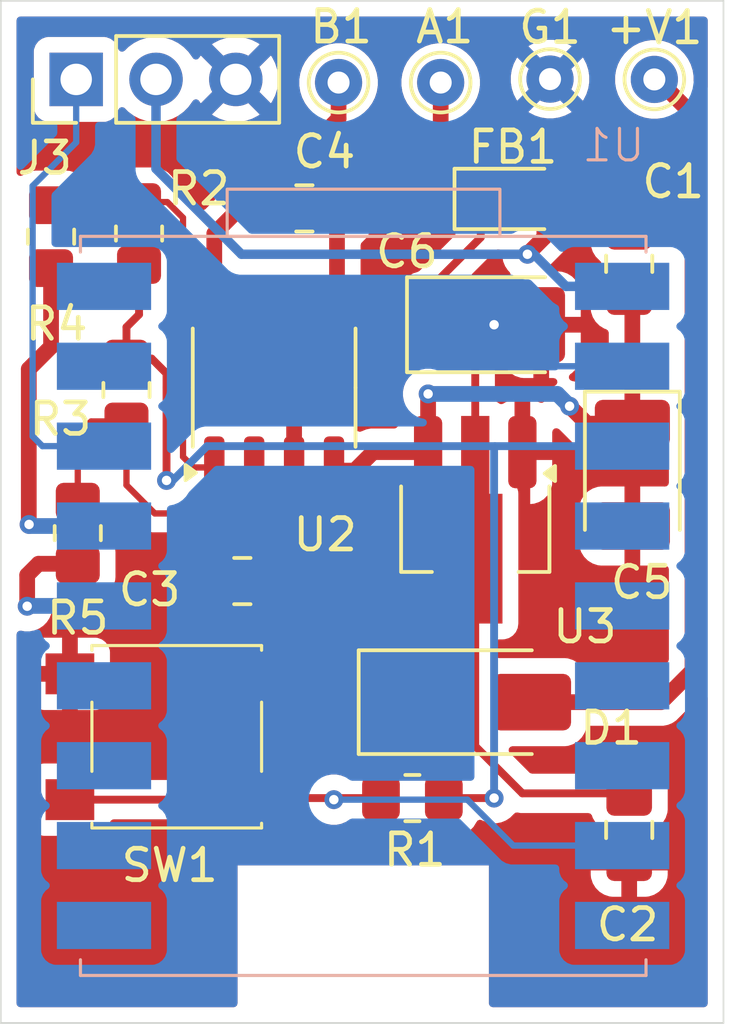
<source format=kicad_pcb>
(kicad_pcb (version 20241229) (generator "pcbnew") (generator_version "9.0")
  (layers (0 "F.Cu" signal) (2 "B.Cu" signal) (13 "F.Paste" user) (15 "B.Paste" user) (5 "F.SilkS" user "F.Silkscreen") (7 "B.SilkS" user "B.Silkscreen") (1 "F.Mask" user) (3 "B.Mask" user) (25 "Edge.Cuts" user))
  (net 0 "")
  (net 1 "+7.4V")
  (net 2 "GND")
  (net 3 "Net-(U3-VO)")
  (net 4 "MOT-B")
  (net 5 "MOT-A")
  (net 6 "Net-(D1-A)")
  (net 7 "+5V")
  (net 8 "SERVO_X")
  (net 9 "+3.3V")
  (net 10 "Net-(U1-IO4)")
  (net 11 "Net-(U2-inr)")
  (net 12 "Net-(U2-inf)")
  (net 13 "PWM_OUT1")
  (net 14 "PWM_OUT2")
  (footprint "Capacitor_SMD:C_0805_2012Metric_Pad1.18x1.45mm_HandSolder" (layer "F.Cu") (at 93 48.3625 90)
    (property "Reference" "C1" (at 2.6125 1.4 180) (layer "F.SilkS"))
    (property "Value" "100nF")
    (fp_line (start -0.261252 -0.735) (end 0.261252 -0.735) (stroke (width 0.12)) (layer "F.SilkS"))
    (fp_line (start -0.261252 0.735) (end 0.261252 0.735) (stroke (width 0.12)) (layer "F.SilkS"))
    (pad "1" smd roundrect (at -1.0375 0 90) (size 1.175 1.45) (layers "F.Cu" "F.Mask" "F.Paste") (roundrect_rratio 0.212766) (net 1 "+7.4V"))
    (pad "2" smd roundrect (at 1.0375 0 90) (size 1.175 1.45) (layers "F.Cu" "F.Mask" "F.Paste") (roundrect_rratio 0.212766) (net 2 "GND"))
  )
  (footprint "Capacitor_Tantalum_SMD:CP_EIA-3528-12_Kemet-T_HandSolder" (layer "F.Cu") (at 88.5725 50.3)
    (property "Reference" "C6" (at -2.6475 -2.325 0) (layer "F.SilkS"))
    (property "Value" "22uF 10v")
    (fp_line (start -2.645 -1.51) (end -2.645 1.51) (stroke (width 0.12)) (layer "F.SilkS"))
    (fp_line (start -2.645 1.51) (end 1.75 1.51) (stroke (width 0.12)) (layer "F.SilkS"))
    (fp_line (start 1.75 -1.51) (end -2.645 -1.51) (stroke (width 0.12)) (layer "F.SilkS"))
    (pad "1" smd roundrect (at -1.6275 0) (size 1.515 2.39) (layers "F.Cu" "F.Mask" "F.Paste") (roundrect_rratio 0.165017) (net 3 "Net-(U3-VO)"))
    (pad "2" smd roundrect (at 1.6275 0) (size 1.515 2.39) (layers "F.Cu" "F.Mask" "F.Paste") (roundrect_rratio 0.165017) (net 2 "GND"))
  )
  (footprint "Capacitor_SMD:C_0805_2012Metric_Pad1.18x1.45mm_HandSolder" (layer "F.Cu") (at 93 66.3625 -90)
    (property "Reference" "C2" (at 3.0125 0.05 0) (layer "F.SilkS"))
    (property "Value" "100nF")
    (fp_line (start -0.261252 0.735) (end 0.261252 0.735) (stroke (width 0.12)) (layer "F.SilkS"))
    (fp_line (start -0.261252 -0.735) (end 0.261252 -0.735) (stroke (width 0.12)) (layer "F.SilkS"))
    (pad "1" smd roundrect (at -1.0375 0 270) (size 1.175 1.45) (layers "F.Cu" "F.Mask" "F.Paste") (roundrect_rratio 0.212766) (net 3 "Net-(U3-VO)"))
    (pad "2" smd roundrect (at 1.0375 0 270) (size 1.175 1.45) (layers "F.Cu" "F.Mask" "F.Paste") (roundrect_rratio 0.212766) (net 2 "GND"))
  )
  (footprint "TestPoint:TestPoint_THTPad_D1.5mm_Drill0.7mm" (layer "F.Cu") (at 83.75 42.6 180)
    (property "Reference" "B1" (at -0.08 1.775 0) (layer "F.SilkS"))
    (property "Value" "B")
    (fp_circle (center 0 0) (end 0 0.95) (stroke (width 0.12)) (fill no) (layer "F.SilkS"))
    (pad "1" thru_hole circle (at 0 0 180) (size 1.5 1.5) (drill 0.7) (layers "*.Cu" "*.Mask") (net 4 "MOT-B"))
  )
  (footprint "TestPoint:TestPoint_THTPad_D1.5mm_Drill0.7mm" (layer "F.Cu") (at 87 42.6 180)
    (property "Reference" "A1" (at -0.13 1.775 0) (layer "F.SilkS"))
    (property "Value" "A")
    (fp_circle (center 0 0) (end 0 0.95) (stroke (width 0.12)) (fill no) (layer "F.SilkS"))
    (pad "1" thru_hole circle (at 0 0 180) (size 1.5 1.5) (drill 0.7) (layers "*.Cu" "*.Mask") (net 5 "MOT-A"))
  )
  (footprint "Capacitor_SMD:C_0805_2012Metric_Pad1.18x1.45mm_HandSolder" (layer "F.Cu") (at 82.6625 46.6 180)
    (property "Reference" "C4" (at -0.6375 1.8 0) (layer "F.SilkS"))
    (property "Value" "100nF")
    (fp_line (start -0.261252 0.735) (end 0.261252 0.735) (stroke (width 0.12)) (layer "F.SilkS"))
    (fp_line (start -0.261252 -0.735) (end 0.261252 -0.735) (stroke (width 0.12)) (layer "F.SilkS"))
    (pad "1" smd roundrect (at -1.0375 0 180) (size 1.175 1.45) (layers "F.Cu" "F.Mask" "F.Paste") (roundrect_rratio 0.212766) (net 5 "MOT-A"))
    (pad "2" smd roundrect (at 1.0375 0 180) (size 1.175 1.45) (layers "F.Cu" "F.Mask" "F.Paste") (roundrect_rratio 0.212766) (net 4 "MOT-B"))
  )
  (footprint "Resistor_SMD:R_0805_2012Metric_Pad1.20x1.40mm_HandSolder" (layer "F.Cu") (at 74.6 47.5 90)
    (property "Reference" "R4" (at -2.775 0.175 180) (layer "F.SilkS"))
    (property "Value" "330")
    (fp_line (start -0.227064 -0.735) (end 0.227064 -0.735) (stroke (width 0.12)) (layer "F.SilkS"))
    (fp_line (start -0.227064 0.735) (end 0.227064 0.735) (stroke (width 0.12)) (layer "F.SilkS"))
    (pad "1" smd roundrect (at -1 0 90) (size 1.2 1.4) (layers "F.Cu" "F.Mask" "F.Paste") (roundrect_rratio 0.208333) (net 13 "PWM_OUT1"))
    (pad "2" smd roundrect (at 1 0 90) (size 1.2 1.4) (layers "F.Cu" "F.Mask" "F.Paste") (roundrect_rratio 0.208333) (net 11 "Net-(U2-inr)"))
  )
  (footprint "Capacitor_Tantalum_SMD:CP_EIA-3528-12_Kemet-T_HandSolder" (layer "F.Cu") (at 93.1 55.0725 -90)
    (property "Reference" "C5" (at 3.420495 -0.3 180) (layer "F.SilkS"))
    (property "Value" "22uF 10v")
    (fp_line (start -2.645 1.51) (end 1.75 1.51) (stroke (width 0.12)) (layer "F.SilkS"))
    (fp_line (start -2.645 -1.51) (end -2.645 1.51) (stroke (width 0.12)) (layer "F.SilkS"))
    (fp_line (start 1.75 -1.51) (end -2.645 -1.51) (stroke (width 0.12)) (layer "F.SilkS"))
    (pad "1" smd roundrect (at -1.6275 0 270) (size 1.515 2.39) (layers "F.Cu" "F.Mask" "F.Paste") (roundrect_rratio 0.165017) (net 1 "+7.4V"))
    (pad "2" smd roundrect (at 1.6275 0 270) (size 1.515 2.39) (layers "F.Cu" "F.Mask" "F.Paste") (roundrect_rratio 0.165017) (net 2 "GND"))
  )
  (footprint "Resistor_SMD:R_0805_2012Metric_Pad1.20x1.40mm_HandSolder" (layer "F.Cu") (at 86.1 65.35 180)
    (property "Reference" "R1" (at -0.075 -1.65 0) (layer "F.SilkS"))
    (property "Value" "1k")
    (fp_line (start -0.227064 0.735) (end 0.227064 0.735) (stroke (width 0.12)) (layer "F.SilkS"))
    (fp_line (start -0.227064 -0.735) (end 0.227064 -0.735) (stroke (width 0.12)) (layer "F.SilkS"))
    (pad "1" smd roundrect (at -1 0 180) (size 1.2 1.4) (layers "F.Cu" "F.Mask" "F.Paste") (roundrect_rratio 0.208333) (net 9 "+3.3V"))
    (pad "2" smd roundrect (at 1 0 180) (size 1.2 1.4) (layers "F.Cu" "F.Mask" "F.Paste") (roundrect_rratio 0.208333) (net 10 "Net-(U1-IO4)"))
  )
  (footprint "Connector_PinHeader_2.54mm:PinHeader_1x03_P2.54mm_Vertical" (layer "F.Cu") (at 75.4 42.5 90)
    (property "Reference" "J3" (at -2.5 -1 180) (layer "F.SilkS"))
    (property "Value" "Conn_01x03")
    (fp_line (start -1.38 -1.38) (end 0 -1.38) (stroke (width 0.12)) (layer "F.SilkS"))
    (fp_line (start -1.38 0) (end -1.38 -1.38) (stroke (width 0.12)) (layer "F.SilkS"))
    (fp_line (start 1.38 1.27) (end 1.38 6.46) (stroke (width 0.12)) (layer "F.SilkS"))
    (fp_line (start -1.38 1.27) (end 1.38 1.27) (stroke (width 0.12)) (layer "F.SilkS"))
    (fp_line (start -1.38 1.27) (end -1.38 6.46) (stroke (width 0.12)) (layer "F.SilkS"))
    (fp_line (start -1.38 6.46) (end 1.38 6.46) (stroke (width 0.12)) (layer "F.SilkS"))
    (pad "1" thru_hole rect (at 0 0 90) (size 1.7 1.7) (drill 1) (layers "*.Cu" "*.Mask") (net 8 "SERVO_X"))
    (pad "2" thru_hole circle (at 0 2.54 90) (size 1.7 1.7) (drill 1) (layers "*.Cu" "*.Mask") (net 7 "+5V"))
    (pad "3" thru_hole circle (at 0 5.08 90) (size 1.7 1.7) (drill 1) (layers "*.Cu" "*.Mask") (net 2 "GND"))
  )
  (footprint "Package_TO_SOT_SMD:SOT-89-3_Handsoldering" (layer "F.Cu") (at 88.1 56.8 -90)
    (property "Reference" "U3" (at 3.1 -3.49 180) (layer "F.SilkS"))
    (property "Value" "AMS1117-5.0")
    (fp_line (start 1.36 2.36) (end -1.36 2.36) (stroke (width 0.12)) (layer "F.SilkS"))
    (fp_line (start 1.36 1.38) (end 1.36 2.36) (stroke (width 0.12)) (layer "F.SilkS"))
    (fp_line (start 1.36 -1.38) (end 1.36 -2.36) (stroke (width 0.12)) (layer "F.SilkS"))
    (fp_line (start -1.36 -2.36) (end 1.36 -2.36) (stroke (width 0.12)) (layer "F.SilkS"))
    (fp_line (start -1.22 -2.36) (end 1.36 -2.36) (stroke (width 0.12)) (layer "F.SilkS"))
    (fp_poly (pts (xy -1.77 -2.21) (xy -2.01 -2.54) (xy -1.53 -2.54) (xy -1.77 -2.21)) (stroke (width 0.12)) (fill yes) (layer "F.SilkS"))
    (pad "1" smd roundrect (at -2.45 -1.5 270) (size 2.3 0.9) (layers "F.Cu" "F.Mask" "F.Paste") (net 2 "GND"))
    (pad "2" smd custom (at -2.3625 0 270) (size 2.475 0.9) (layers "F.Cu" "F.Mask" "F.Paste") (net 3 "Net-(U3-VO)") (options (clearance outline) (anchor rect)) (primitives (gr_poly (pts (xy 5.3625 0.8665) (xy 1.2375 0.8665) (xy 1.2375 -0.8665) (xy 5.3625 -0.8665)) (width 0) (fill yes))))
    (pad "3" smd roundrect (at -2.45 1.5 270) (size 2.3 0.9) (layers "F.Cu" "F.Mask" "F.Paste") (net 1 "+7.4V"))
  )
  (footprint "Capacitor_SMD:C_0805_2012Metric_Pad1.18x1.45mm_HandSolder" (layer "F.Cu") (at 80.6875 58.45 180)
    (property "Reference" "C3" (at 2.95 -0.275 0) (layer "F.SilkS"))
    (property "Value" "100nF")
    (fp_line (start -0.261252 0.735) (end 0.261252 0.735) (stroke (width 0.12)) (layer "F.SilkS"))
    (fp_line (start -0.261252 -0.735) (end 0.261252 -0.735) (stroke (width 0.12)) (layer "F.SilkS"))
    (pad "1" smd roundrect (at -1.0375 0 180) (size 1.175 1.45) (layers "F.Cu" "F.Mask" "F.Paste") (roundrect_rratio 0.212766) (net 1 "+7.4V"))
    (pad "2" smd roundrect (at 1.0375 0 180) (size 1.175 1.45) (layers "F.Cu" "F.Mask" "F.Paste") (roundrect_rratio 0.212766) (net 2 "GND"))
  )
  (footprint "Diode_SMD:D_0805_2012Metric_Pad1.15x1.40mm_HandSolder" (layer "F.Cu") (at 89.3 46.3)
    (property "Reference" "FB1" (at 0 -1.65 0) (layer "F.SilkS"))
    (property "Value" "MPZ2012S101AT000")
    (fp_line (start -1.86 -0.96) (end -1.86 0.96) (stroke (width 0.12)) (layer "F.SilkS"))
    (fp_line (start -1.86 0.96) (end 1 0.96) (stroke (width 0.12)) (layer "F.SilkS"))
    (fp_line (start 1 -0.96) (end -1.86 -0.96) (stroke (width 0.12)) (layer "F.SilkS"))
    (pad "1" smd roundrect (at -1.025 0) (size 1.15 1.4) (layers "F.Cu" "F.Mask" "F.Paste") (roundrect_rratio 0.217391) (net 3 "Net-(U3-VO)"))
    (pad "2" smd roundrect (at 1.025 0) (size 1.15 1.4) (layers "F.Cu" "F.Mask" "F.Paste") (roundrect_rratio 0.217391) (net 7 "+5V"))
  )
  (footprint "Diode_SMD:D_SMA" (layer "F.Cu") (at 87.9 62.3)
    (property "Reference" "D1" (at 4.525 0.825 0) (layer "F.SilkS"))
    (property "Value" "SS34")
    (fp_line (start -3.51 -1.65) (end -3.51 1.65) (stroke (width 0.12)) (layer "F.SilkS"))
    (fp_line (start -3.51 -1.65) (end 2 -1.65) (stroke (width 0.12)) (layer "F.SilkS"))
    (fp_line (start -3.51 1.65) (end 2 1.65) (stroke (width 0.12)) (layer "F.SilkS"))
    (pad "1" smd roundrect (at -2 0) (size 2.5 1.8) (layers "F.Cu" "F.Mask" "F.Paste") (roundrect_rratio 0.1388888889) (net 1 "+7.4V"))
    (pad "2" smd roundrect (at 2 0) (size 2.5 1.8) (layers "F.Cu" "F.Mask" "F.Paste") (roundrect_rratio 0.1388888889) (net 6 "Net-(D1-A)"))
  )
  (footprint "Resistor_SMD:R_0805_2012Metric_Pad1.20x1.40mm_HandSolder" (layer "F.Cu") (at 77 52.375 90)
    (property "Reference" "R3" (at -0.925 -2.1 0) (layer "F.SilkS"))
    (property "Value" "10k")
    (fp_line (start -0.227064 -0.735) (end 0.227064 -0.735) (stroke (width 0.12)) (layer "F.SilkS"))
    (fp_line (start -0.227064 0.735) (end 0.227064 0.735) (stroke (width 0.12)) (layer "F.SilkS"))
    (pad "1" smd roundrect (at -1 0 90) (size 1.2 1.4) (layers "F.Cu" "F.Mask" "F.Paste") (roundrect_rratio 0.208333) (net 12 "Net-(U2-inf)"))
    (pad "2" smd roundrect (at 1 0 90) (size 1.2 1.4) (layers "F.Cu" "F.Mask" "F.Paste") (roundrect_rratio 0.208333) (net 9 "+3.3V"))
  )
  (footprint "Resistor_SMD:R_0805_2012Metric_Pad1.20x1.40mm_HandSolder" (layer "F.Cu") (at 77.4 47.4 90)
    (property "Reference" "R2" (at 1.425 1.9 180) (layer "F.SilkS"))
    (property "Value" "10k")
    (fp_line (start -0.227064 -0.735) (end 0.227064 -0.735) (stroke (width 0.12)) (layer "F.SilkS"))
    (fp_line (start -0.227064 0.735) (end 0.227064 0.735) (stroke (width 0.12)) (layer "F.SilkS"))
    (pad "1" smd roundrect (at -1 0 90) (size 1.2 1.4) (layers "F.Cu" "F.Mask" "F.Paste") (roundrect_rratio 0.208333) (net 9 "+3.3V"))
    (pad "2" smd roundrect (at 1 0 90) (size 1.2 1.4) (layers "F.Cu" "F.Mask" "F.Paste") (roundrect_rratio 0.208333) (net 11 "Net-(U2-inr)"))
  )
  (footprint "myCustomLib:SW_SPST_B3S-1000" (layer "F.Cu") (at 78.6 63.4)
    (property "Reference" "SW1" (at -0.225 4.09 0) (layer "F.SilkS"))
    (property "Value" "SW_Push")
    (fp_line (start -2.7 -2.9) (end -2.7 -2.75) (stroke (width 0.1)) (layer "F.SilkS"))
    (fp_line (start -2.7 -2.9) (end 2.7 -2.9) (stroke (width 0.1)) (layer "F.SilkS"))
    (fp_line (start -2.7 -1.1) (end -2.7 1.1) (stroke (width 0.1)) (layer "F.SilkS"))
    (fp_line (start -2.7 2.75) (end -2.7 2.9) (stroke (width 0.1)) (layer "F.SilkS"))
    (fp_line (start -2.7 2.9) (end 2.7 2.9) (stroke (width 0.1)) (layer "F.SilkS"))
    (fp_line (start 2.7 -2.9) (end 2.7 -2.75) (stroke (width 0.1)) (layer "F.SilkS"))
    (fp_line (start 2.7 -1.1) (end 2.7 1.1) (stroke (width 0.1)) (layer "F.SilkS"))
    (fp_line (start 2.7 2.75) (end 2.7 2.9) (stroke (width 0.1)) (layer "F.SilkS"))
    (pad "1" smd rect (at -3.4 -2) (size 1.55 1.3) (layers "F.Cu" "F.Mask" "F.Paste") (net 2 "GND"))
    (pad "1" smd rect (at 3.4 -2) (size 1.55 1.3) (layers "F.Cu" "F.Mask" "F.Paste") (net 2 "GND"))
    (pad "2" smd rect (at -3.4 2) (size 1.55 1.3) (layers "F.Cu" "F.Mask" "F.Paste") (net 10 "Net-(U1-IO4)"))
    (pad "2" smd rect (at 3.4 2) (size 1.55 1.3) (layers "F.Cu" "F.Mask" "F.Paste") (net 10 "Net-(U1-IO4)"))
  )
  (footprint "Resistor_SMD:R_0805_2012Metric_Pad1.20x1.40mm_HandSolder" (layer "F.Cu") (at 75.45 56.925 90)
    (property "Reference" "R5" (at -2.7 0 180) (layer "F.SilkS"))
    (property "Value" "330")
    (fp_line (start -0.227064 -0.735) (end 0.227064 -0.735) (stroke (width 0.12)) (layer "F.SilkS"))
    (fp_line (start -0.227064 0.735) (end 0.227064 0.735) (stroke (width 0.12)) (layer "F.SilkS"))
    (pad "1" smd roundrect (at -1 0 90) (size 1.2 1.4) (layers "F.Cu" "F.Mask" "F.Paste") (roundrect_rratio 0.208333) (net 14 "PWM_OUT2"))
    (pad "2" smd roundrect (at 1 0 90) (size 1.2 1.4) (layers "F.Cu" "F.Mask" "F.Paste") (roundrect_rratio 0.208333) (net 12 "Net-(U2-inf)"))
  )
  (footprint "TestPoint:TestPoint_THTPad_D1.5mm_Drill0.7mm" (layer "F.Cu") (at 90.48 42.49)
    (property "Reference" "G1" (at 0 -1.648 0) (layer "F.SilkS"))
    (property "Value" "G1")
    (fp_circle (center 0 0) (end 0 0.95) (stroke (width 0.12)) (fill no) (layer "F.SilkS"))
    (pad "1" thru_hole circle (at 0 0) (size 1.5 1.5) (drill 0.7) (layers "*.Cu" "*.Mask") (net 2 "GND"))
  )
  (footprint "Package_SO:SOP-8_3.76x4.96mm_P1.27mm" (layer "F.Cu") (at 81.7 52.3 90)
    (property "Reference" "U2" (at -4.675 1.625 180) (layer "F.SilkS"))
    (property "Value" "RZ7899")
    (fp_line (start 0 -2.59) (end 1.88 -2.59) (stroke (width 0.12)) (layer "F.SilkS"))
    (fp_line (start 0 -2.59) (end -1.88 -2.59) (stroke (width 0.12)) (layer "F.SilkS"))
    (fp_line (start 0 2.59) (end 1.88 2.59) (stroke (width 0.12)) (layer "F.SilkS"))
    (fp_line (start 0 2.59) (end -1.88 2.59) (stroke (width 0.12)) (layer "F.SilkS"))
    (fp_poly (pts (xy -2.7025 -2.49) (xy -2.9425 -2.82) (xy -2.4625 -2.82)) (stroke (width 0.12)) (fill yes) (layer "F.SilkS"))
    (pad "1" smd roundrect (at -2.5375 -1.905 90) (size 1.975 0.65) (layers "F.Cu" "F.Mask" "F.Paste") (net 11 "Net-(U2-inr)"))
    (pad "2" smd roundrect (at -2.5375 -0.635 90) (size 1.975 0.65) (layers "F.Cu" "F.Mask" "F.Paste") (net 12 "Net-(U2-inf)"))
    (pad "3" smd roundrect (at -2.5375 0.635 90) (size 1.975 0.65) (layers "F.Cu" "F.Mask" "F.Paste") (net 2 "GND"))
    (pad "4" smd roundrect (at -2.5375 1.905 90) (size 1.975 0.65) (layers "F.Cu" "F.Mask" "F.Paste") (net 1 "+7.4V"))
    (pad "5" smd roundrect (at 2.5375 1.905 90) (size 1.975 0.65) (layers "F.Cu" "F.Mask" "F.Paste") (net 5 "MOT-A"))
    (pad "6" smd roundrect (at 2.5375 0.635 90) (size 1.975 0.65) (layers "F.Cu" "F.Mask" "F.Paste") (net 5 "MOT-A"))
    (pad "7" smd roundrect (at 2.5375 -0.635 90) (size 1.975 0.65) (layers "F.Cu" "F.Mask" "F.Paste") (net 4 "MOT-B"))
    (pad "8" smd roundrect (at 2.5375 -1.905 90) (size 1.975 0.65) (layers "F.Cu" "F.Mask" "F.Paste") (net 4 "MOT-B"))
  )
  (footprint "TestPoint:TestPoint_THTPad_D1.5mm_Drill0.7mm" (layer "F.Cu") (at 93.8 42.5)
    (property "Reference" "+V1" (at 0 -1.648 0) (layer "F.SilkS"))
    (property "Value" "+V")
    (fp_circle (center 0 0) (end 0 0.95) (stroke (width 0.12)) (fill no) (layer "F.SilkS"))
    (pad "1" thru_hole circle (at 0 0) (size 1.5 1.5) (drill 0.7) (layers "*.Cu" "*.Mask") (net 6 "Net-(D1-A)"))
  )
  (footprint "Waveshare-ESP32:Waveshare-ESP32-C6-Zero" (layer "B.Cu") (at 85.035 58.99 180)
    (property "Reference" "U1" (at -7.465 14.39 0) (layer "B.SilkS") (effects (font (thickness 0.1)) (justify mirror)))
    (property "Value" "ESP32-C6 zero")
    (fp_line (start 9.5 11) (end 9.5 11.5) (stroke (width 0.1)) (layer "B.SilkS"))
    (fp_line (start 9.5 -12) (end 9.5 -11.5) (stroke (width 0.1)) (layer "B.SilkS"))
    (fp_line (start -8.5 11.5) (end 9.5 11.5) (stroke (width 0.1)) (layer "B.SilkS"))
    (fp_line (start -8.5 11) (end -8.5 11.5) (stroke (width 0.1)) (layer "B.SilkS"))
    (fp_line (start -8.5 -12) (end 9.5 -12) (stroke (width 0.1)) (layer "B.SilkS"))
    (fp_line (start -8.5 -12) (end -8.5 -11.5) (stroke (width 0.1)) (layer "B.SilkS"))
    (fp_rect (start -3.85 11.5) (end 4.83 13) (stroke (width 0.1)) (fill no) (layer "B.SilkS"))
    (pad "1" smd rect (at -7.74 9.91 180) (size 3 1.5) (layers "B.Cu" "B.Mask" "B.Paste") (net 7 "+5V"))
    (pad "2" smd rect (at -7.74 7.37 180) (size 3 1.5) (layers "B.Cu" "B.Mask" "B.Paste") (net 2 "GND"))
    (pad "3" smd rect (at -7.74 4.83 180) (size 3 1.5) (layers "B.Cu" "B.Mask" "B.Paste") (net 9 "+3.3V"))
    (pad "4" smd rect (at -7.74 2.29 180) (size 3 1.5) (layers "B.Cu" "B.Mask" "B.Paste"))
    (pad "5" smd rect (at -7.74 -0.25 180) (size 3 1.5) (layers "B.Cu" "B.Mask" "B.Paste"))
    (pad "6" smd rect (at -7.74 -2.79 180) (size 3 1.5) (layers "B.Cu" "B.Mask" "B.Paste"))
    (pad "7" smd rect (at -7.74 -5.33 180) (size 3 1.5) (layers "B.Cu" "B.Mask" "B.Paste"))
    (pad "8" smd rect (at -7.74 -7.87 180) (size 3 1.5) (layers "B.Cu" "B.Mask" "B.Paste") (net 10 "Net-(U1-IO4)"))
    (pad "9" smd rect (at -7.74 -10.41 180) (size 3 1.5) (layers "B.Cu" "B.Mask" "B.Paste"))
    (pad "10" smd rect (at 8.75 -10.41 180) (size 3 1.5) (layers "B.Cu" "B.Mask" "B.Paste"))
    (pad "11" smd rect (at 8.75 -7.87 180) (size 3 1.5) (layers "B.Cu" "B.Mask" "B.Paste"))
    (pad "12" smd rect (at 8.75 -5.33 180) (size 3 1.5) (layers "B.Cu" "B.Mask" "B.Paste"))
    (pad "13" smd rect (at 8.75 -2.79 180) (size 3 1.5) (layers "B.Cu" "B.Mask" "B.Paste"))
    (pad "14" smd rect (at 8.75 -0.25 180) (size 3 1.5) (layers "B.Cu" "B.Mask" "B.Paste") (net 14 "PWM_OUT2"))
    (pad "15" smd rect (at 8.75 2.29 180) (size 3 1.5) (layers "B.Cu" "B.Mask" "B.Paste") (net 13 "PWM_OUT1"))
    (pad "16" smd rect (at 8.75 4.83 180) (size 3 1.5) (layers "B.Cu" "B.Mask" "B.Paste") (net 8 "SERVO_X"))
    (pad "17" smd rect (at 8.75 7.37 180) (size 3 1.5) (layers "B.Cu" "B.Mask" "B.Paste"))
    (pad "18" smd rect (at 8.75 9.91 180) (size 3 1.5) (layers "B.Cu" "B.Mask" "B.Paste"))
    (zone (net 0) (net_name "") (layers "F.Cu" "B.Cu") (connect_pads (clearance 0)) (min_thickness 0.25)
      (keepout (tracks not_allowed) (vias not_allowed) (pads not_allowed) (copperpour not_allowed) (footprints not_allowed))
      (fill (thermal_gap 0.5) (thermal_bridge_width 0.5))
      (polygon (pts (xy 88.535 67.49) (xy 80.535 67.49) (xy 80.535 71.99) (xy 88.535 71.99)))
    )
  )
  (gr_line (start 73 40) (end 73 72.5) (stroke (width 0.05)) (layer "Edge.Cuts"))
  (gr_line (start 73 72.5) (end 96 72.5) (stroke (width 0.05)) (layer "Edge.Cuts"))
  (gr_line (start 96 40) (end 96 72.5) (stroke (width 0.05)) (layer "Edge.Cuts"))
  (gr_line (start 73 40) (end 96 40) (stroke (width 0.05)) (layer "Edge.Cuts"))
  (segment (start 93.1 49.5) (end 93 49.4) (width 0.5) (layer "F.Cu") (net 1))
  (segment (start 83.8 58.6) (end 85.9 60.7) (width 0.5) (layer "F.Cu") (net 1))
  (segment (start 86.6 61.6) (end 85.9 62.3) (width 0.2) (layer "F.Cu") (net 1))
  (segment (start 93.1 53.445) (end 93.1 49.5) (width 0.5) (layer "F.Cu") (net 1))
  (segment (start 81.725 58.45) (end 83.55 58.45) (width 0.5) (layer "F.Cu") (net 1))
  (segment (start 86.6 54.35) (end 84.85 54.35) (width 0.5) (layer "F.Cu") (net 1))
  (segment (start 91.1021 52.89) (end 91.1021 52.9021) (width 0.2) (layer "F.Cu") (net 1))
  (segment (start 84.85 54.35) (end 84.2625 54.9375) (width 0.5) (layer "F.Cu") (net 1))
  (segment (start 84.2625 54.9375) (end 83.6 54.9375) (width 0.5) (layer "F.Cu") (net 1))
  (segment (start 85.9 60.7) (end 85.9 62.3) (width 0.5) (layer "F.Cu") (net 1))
  (segment (start 86.6 52.6693) (end 86.6 54.35) (width 0.5) (layer "F.Cu") (net 1))
  (segment (start 83.6 54.9375) (end 83.6 58.5) (width 0.5) (layer "F.Cu") (net 1))
  (segment (start 91.1021 52.89) (end 91.6571 53.445) (width 0.5) (layer "F.Cu") (net 1))
  (segment (start 91.6571 53.445) (end 93.1 53.445) (width 0.5) (layer "F.Cu") (net 1))
  (via (at 91.1021 52.89) (size 0.6) (drill 0.3) (layers "F.Cu" "B.Cu") (net 1))
  (via (at 86.6 52.5) (size 0.6) (drill 0.3) (layers "F.Cu" "B.Cu") (net 1))
  (segment (start 86.6 52.5) (end 90.7121 52.5) (width 0.5) (layer "B.Cu") (net 1))
  (segment (start 90.7121 52.5) (end 91.1021 52.89) (width 0.5) (layer "B.Cu") (net 1))
  (segment (start 90 50.5) (end 89.6 50.9) (width 0.2) (layer "F.Cu") (net 2))
  (via (at 88.7 50.3) (size 0.6) (drill 0.3) (layers "F.Cu" "B.Cu") (net 2))
  (segment (start 90.02 51.62) (end 92.79 51.62) (width 0.2) (layer "B.Cu") (net 2))
  (segment (start 88.7 50.3) (end 90.02 51.62) (width 0.2) (layer "B.Cu") (net 2))
  (segment (start 92.875 65.2) (end 93 65.325) (width 0.2) (layer "F.Cu") (net 3))
  (segment (start 89.6 65.2) (end 92.875 65.2) (width 0.25) (layer "F.Cu") (net 3))
  (segment (start 88.275 47.525) (end 88.275 46.3) (width 0.25) (layer "F.Cu") (net 3))
  (segment (start 86.745 50.5) (end 86.745 49.055) (width 0.25) (layer "F.Cu") (net 3))
  (segment (start 88.1 57.2) (end 88.6 57.7) (width 0.2) (layer "F.Cu") (net 3))
  (segment (start 87.5 48.3) (end 88.275 47.525) (width 0.25) (layer "F.Cu") (net 3))
  (segment (start 88.1 54.4375) (end 88.1 63.7) (width 0.25) (layer "F.Cu") (net 3))
  (segment (start 87.6 50.5) (end 88.1 51) (width 0.25) (layer "F.Cu") (net 3))
  (segment (start 88.1 54.4375) (end 88.1 57.2) (width 0.2) (layer "F.Cu") (net 3))
  (segment (start 88.1 51) (end 88.1 54.4375) (width 0.25) (layer "F.Cu") (net 3))
  (segment (start 86.745 49.055) (end 87.5 48.3) (width 0.25) (layer "F.Cu") (net 3))
  (segment (start 86.745 50.5) (end 87.6 50.5) (width 0.2) (layer "F.Cu") (net 3))
  (segment (start 88.1 63.7) (end 89.6 65.2) (width 0.25) (layer "F.Cu") (net 3))
  (segment (start 81.625 46.6) (end 81.625 45.875) (width 0.5) (layer "F.Cu") (net 4))
  (segment (start 83.75 42.6) (end 83.75 43.75) (width 0.5) (layer "F.Cu") (net 4))
  (segment (start 79.795 47.6) (end 79.795 47.405) (width 0.5) (layer "F.Cu") (net 4))
  (segment (start 80.865 49.8625) (end 79.795 49.8625) (width 0.5) (layer "F.Cu") (net 4))
  (segment (start 81.625 45.875) (end 83.75 43.75) (width 0.5) (layer "F.Cu") (net 4))
  (segment (start 79.795 47.405) (end 80.6 46.6) (width 0.5) (layer "F.Cu") (net 4))
  (segment (start 79.795 49.8625) (end 79.795 47.6) (width 0.5) (layer "F.Cu") (net 4))
  (segment (start 80.6 46.6) (end 81.625 46.6) (width 0.5) (layer "F.Cu") (net 4))
  (segment (start 83.7 46.6) (end 84.5 46.6) (width 0.5) (layer "F.Cu") (net 5))
  (segment (start 87 44.1) (end 86.865 44.235) (width 0.5) (layer "F.Cu") (net 5))
  (segment (start 87 42.6) (end 87 44.1) (width 0.5) (layer "F.Cu") (net 5))
  (segment (start 83.7 46.6) (end 83.7 49.6675) (width 0.5) (layer "F.Cu") (net 5))
  (segment (start 84.5 46.6) (end 86.865 44.235) (width 0.5) (layer "F.Cu") (net 5))
  (segment (start 83.7 49.6675) (end 83.605 49.7625) (width 0.2) (layer "F.Cu") (net 5))
  (segment (start 82.335 49.7625) (end 83.605 49.7625) (width 0.5) (layer "F.Cu") (net 5))
  (segment (start 83.75 46.55) (end 83.7 46.6) (width 0.2) (layer "F.Cu") (net 5))
  (segment (start 95.0138 43.6138) (end 95.0138 61.3) (width 0.5) (layer "F.Cu") (net 6))
  (segment (start 94.1 42.7) (end 95.0138 43.6138) (width 0.5) (layer "F.Cu") (net 6))
  (segment (start 89.9 62.3) (end 94.0138 62.3) (width 0.5) (layer "F.Cu") (net 6))
  (segment (start 94.0138 62.3) (end 95.0138 61.3) (width 0.5) (layer "F.Cu") (net 6))
  (segment (start 90.3 47.25) (end 90.3 47.5199) (width 0.5) (layer "F.Cu") (net 7))
  (segment (start 90.325 47.225) (end 90.3 47.25) (width 0.5) (layer "F.Cu") (net 7))
  (segment (start 90.3 47.5199) (end 89.7606 48.0593) (width 0.5) (layer "F.Cu") (net 7))
  (segment (start 90.325 46.3) (end 90.325 47.225) (width 0.5) (layer "F.Cu") (net 7))
  (via (at 89.7606 48.0593) (size 0.6) (drill 0.3) (layers "F.Cu" "B.Cu") (net 7))
  (segment (start 77.94 45.34) (end 80.6593 48.0593) (width 0.3) (layer "B.Cu") (net 7))
  (segment (start 80.6593 48.0593) (end 89.7606 48.0593) (width 0.3) (layer "B.Cu") (net 7))
  (segment (start 92.79 49.08) (end 90.9883 49.08) (width 0.3) (layer "B.Cu") (net 7))
  (segment (start 77.94 42.5) (end 77.94 45.34) (width 0.3) (layer "B.Cu") (net 7))
  (segment (start 89.9676 48.0593) (end 90.9883 49.08) (width 0.3) (layer "B.Cu") (net 7))
  (segment (start 89.7606 48.0593) (end 89.9676 48.0593) (width 0.2) (layer "B.Cu") (net 7))
  (segment (start 74.013 45.888) (end 74.013 53.848) (width 0.2) (layer "B.Cu") (net 8))
  (segment (start 75.4 44.501) (end 74.013 45.888) (width 0.2) (layer "B.Cu") (net 8))
  (segment (start 74.013 53.848) (end 74.325 54.16) (width 0.2) (layer "B.Cu") (net 8))
  (segment (start 77.269232 54.35) (end 76.682116 53.762884) (width 0.2) (layer "B.Cu") (net 8))
  (segment (start 75.4 42.5) (end 75.4 44.501) (width 0.2) (layer "B.Cu") (net 8))
  (segment (start 74.325 54.16) (end 76.285 54.16) (width 0.2) (layer "B.Cu") (net 8))
  (segment (start 78.2875 51.8625) (end 78.275 51.875) (width 0.25) (layer "F.Cu") (net 9))
  (segment (start 77 50.375) (end 77.4 49.975) (width 0.25) (layer "F.Cu") (net 9))
  (segment (start 77.4 49.975) (end 77.4 48.4) (width 0.25) (layer "F.Cu") (net 9))
  (segment (start 88.7 65.35) (end 87.1 65.35) (width 0.25) (layer "F.Cu") (net 9))
  (segment (start 77 51.375) (end 77.8 51.375) (width 0.25) (layer "F.Cu") (net 9))
  (segment (start 77.8 51.375) (end 78.2875 51.8625) (width 0.25) (layer "F.Cu") (net 9))
  (segment (start 78.275 51.875) (end 78.275 52.3) (width 0.25) (layer "F.Cu") (net 9))
  (segment (start 78.275 52.3) (end 78.275 55.1) (width 0.25) (layer "F.Cu") (net 9))
  (segment (start 77 51.375) (end 77 50.375) (width 0.25) (layer "F.Cu") (net 9))
  (segment (start 78.275 55.1) (end 78.4 55.225) (width 0.25) (layer "F.Cu") (net 9))
  (via (at 88.7 65.35) (size 0.6) (drill 0.3) (layers "F.Cu" "B.Cu") (net 9))
  (via (at 78.275 55.25) (size 0.6) (drill 0.3) (layers "F.Cu" "B.Cu") (net 9))
  (segment (start 88.7 65.35) (end 88.7 54.185) (width 0.25) (layer "B.Cu") (net 9))
  (segment (start 88.7 54.185) (end 88.725 54.16) (width 0.25) (layer "B.Cu") (net 9))
  (segment (start 78.4 55.325) (end 79.565 54.16) (width 0.25) (layer "B.Cu") (net 9))
  (segment (start 92.79 54.16) (end 79.565 54.16) (width 0.25) (layer "B.Cu") (net 9))
  (segment (start 75.2 65.4) (end 82 65.4) (width 0.25) (layer "F.Cu") (net 10))
  (segment (start 83.5 65.3) (end 83.6 65.4) (width 0.2) (layer "F.Cu") (net 10))
  (segment (start 82.1 65.4) (end 82.15 65.35) (width 0.25) (layer "F.Cu") (net 10))
  (segment (start 82 65.4) (end 82.1 65.4) (width 0.25) (layer "F.Cu") (net 10))
  (segment (start 82.15 65.35) (end 85.1 65.35) (width 0.25) (layer "F.Cu") (net 10))
  (segment (start 83.6 65.4) (end 83.769 65.4) (width 0.2) (layer "F.Cu") (net 10))
  (segment (start 83.769 65.4) (end 83.819 65.35) (width 0.2) (layer "F.Cu") (net 10))
  (via (at 83.6 65.4) (size 0.6) (drill 0.3) (layers "F.Cu" "B.Cu") (net 10))
  (segment (start 83.6 65.4) (end 87.85 65.4) (width 0.2) (layer "B.Cu") (net 10))
  (segment (start 87.85 65.4) (end 89.31 66.86) (width 0.2) (layer "B.Cu") (net 10))
  (segment (start 89.31 66.86) (end 92.79 66.86) (width 0.2) (layer "B.Cu") (net 10))
  (segment (start 77.3 46.5) (end 77.4 46.4) (width 0.2) (layer "F.Cu") (net 11))
  (segment (start 74.3 46.5) (end 77.3 46.5) (width 0.2) (layer "F.Cu") (net 11))
  (segment (start 78.8 46.9) (end 78.8 54.5) (width 0.2) (layer "F.Cu") (net 11))
  (segment (start 78.3 46.4) (end 78.8 46.9) (width 0.2) (layer "F.Cu") (net 11))
  (segment (start 78.8 54.5) (end 79.1375 54.8375) (width 0.2) (layer "F.Cu") (net 11))
  (segment (start 79.1375 54.8375) (end 79.795 54.8375) (width 0.2) (layer "F.Cu") (net 11))
  (segment (start 77.4 46.4) (end 78.3 46.4) (width 0.2) (layer "F.Cu") (net 11))
  (segment (start 77 53.375) (end 75.875 53.375) (width 0.2) (layer "F.Cu") (net 12))
  (segment (start 81.065 56.035) (end 81.065 54.8375) (width 0.2) (layer "F.Cu") (net 12))
  (segment (start 77 53.375) (end 77 55.4) (width 0.2) (layer "F.Cu") (net 12))
  (segment (start 75.45 55.925) (end 75.45 53.8) (width 0.2) (layer "F.Cu") (net 12))
  (segment (start 77 55.4) (end 77.9 56.3) (width 0.2) (layer "F.Cu") (net 12))
  (segment (start 80.8 56.3) (end 81.065 56.035) (width 0.2) (layer "F.Cu") (net 12))
  (segment (start 75.45 53.8) (end 75.475 53.775) (width 0.2) (layer "F.Cu") (net 12))
  (segment (start 75.875 53.375) (end 75.475 53.775) (width 0.2) (layer "F.Cu") (net 12))
  (segment (start 77.9 56.3) (end 80.8 56.3) (width 0.2) (layer "F.Cu") (net 12))
  (segment (start 74.6 48.5) (end 74.6 51) (width 0.5) (layer "F.Cu") (net 13))
  (segment (start 74.6 51) (end 73.891 51.709) (width 0.5) (layer "F.Cu") (net 13))
  (segment (start 73.891 51.709) (end 73.891 56.534) (width 0.5) (layer "F.Cu") (net 13))
  (via (at 73.9 56.65) (size 0.6) (drill 0.3) (layers "F.Cu" "B.Cu") (net 13))
  (segment (start 73.775 56.65) (end 73.85 56.65) (width 0.2) (layer "B.Cu") (net 13))
  (segment (start 73.85 56.65) (end 73.9 56.7) (width 0.2) (layer "B.Cu") (net 13))
  (segment (start 73.9 56.7) (end 76.285 56.7) (width 0.5) (layer "B.Cu") (net 13))
  (segment (start 73.84 59.25) (end 73.84 58.26) (width 0.5) (layer "F.Cu") (net 14))
  (segment (start 75.1 57.9) (end 75.2 57.8) (width 0.5) (layer "F.Cu") (net 14))
  (segment (start 74.2 57.9) (end 75.1 57.9) (width 0.5) (layer "F.Cu") (net 14))
  (segment (start 73.84 58.26) (end 74.2 57.9) (width 0.5) (layer "F.Cu") (net 14))
  (via (at 73.84 59.25) (size 0.6) (drill 0.3) (layers "F.Cu" "B.Cu") (net 14))
  (segment (start 73.8 59.325) (end 73.885 59.24) (width 0.2) (layer "B.Cu") (net 14))
  (segment (start 73.885 59.24) (end 76.285 59.24) (width 0.5) (layer "B.Cu") (net 14))
  (zone (net 2) (net_name "GND") (layer "F.Cu") (connect_pads (clearance 0.5)) (min_thickness 0.25) (fill yes (thermal_gap 0.5) (thermal_bridge_width 0.5))
    (polygon (pts (xy 73 40) (xy 73 72.5) (xy 96 72.5) (xy 96 40)))
  )
  (zone (net 2) (net_name "GND") (layer "B.Cu") (priority 1) (connect_pads (clearance 0.5)) (min_thickness 0.25) (fill yes (thermal_gap 0.5) (thermal_bridge_width 0.5))
    (polygon (pts (xy 73 39.975) (xy 73 72.55) (xy 96.025 72.525) (xy 96 40) (xy 73.025 40)))
  )
)
</source>
